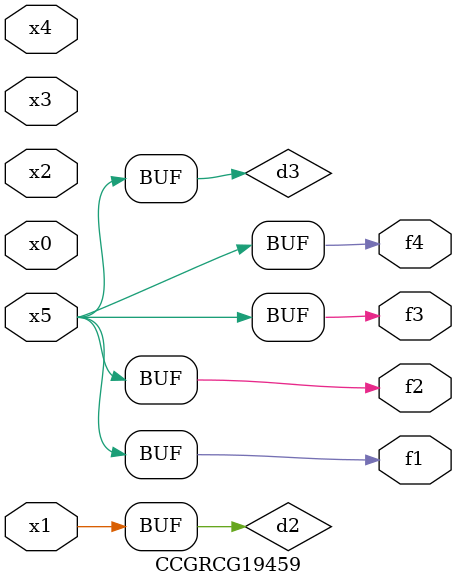
<source format=v>
module CCGRCG19459(
	input x0, x1, x2, x3, x4, x5,
	output f1, f2, f3, f4
);

	wire d1, d2, d3;

	not (d1, x5);
	or (d2, x1);
	xnor (d3, d1);
	assign f1 = d3;
	assign f2 = d3;
	assign f3 = d3;
	assign f4 = d3;
endmodule

</source>
